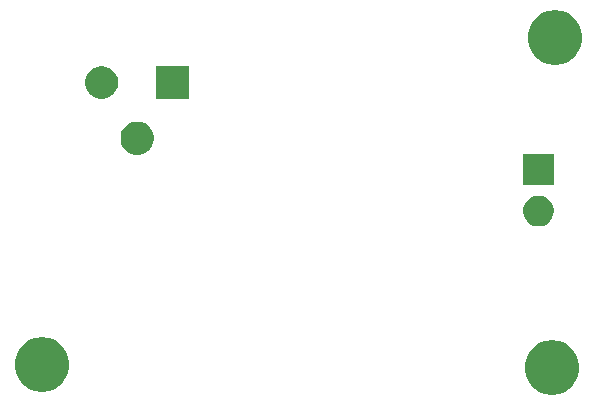
<source format=gbr>
G04 #@! TF.GenerationSoftware,KiCad,Pcbnew,(5.0.1-3-g963ef8bb5)*
G04 #@! TF.CreationDate,2018-11-04T15:03:24-05:00*
G04 #@! TF.ProjectId,Solar LiPo Charger,536F6C6172204C69506F204368617267,1A*
G04 #@! TF.SameCoordinates,Original*
G04 #@! TF.FileFunction,Soldermask,Bot*
G04 #@! TF.FilePolarity,Negative*
%FSLAX46Y46*%
G04 Gerber Fmt 4.6, Leading zero omitted, Abs format (unit mm)*
G04 Created by KiCad (PCBNEW (5.0.1-3-g963ef8bb5)) date Sunday, November 04, 2018 at 03:03:24 PM*
%MOMM*%
%LPD*%
G01*
G04 APERTURE LIST*
%ADD10C,0.100000*%
G04 APERTURE END LIST*
D10*
G36*
X151250909Y-96025883D02*
X151547354Y-96084850D01*
X151966214Y-96258347D01*
X152343185Y-96510232D01*
X152663768Y-96830815D01*
X152915653Y-97207786D01*
X153089150Y-97626646D01*
X153177600Y-98071313D01*
X153177600Y-98524687D01*
X153089150Y-98969354D01*
X152915653Y-99388214D01*
X152663768Y-99765185D01*
X152343185Y-100085768D01*
X151966214Y-100337653D01*
X151547354Y-100511150D01*
X151250909Y-100570117D01*
X151102688Y-100599600D01*
X150649312Y-100599600D01*
X150501091Y-100570117D01*
X150204646Y-100511150D01*
X149785786Y-100337653D01*
X149408815Y-100085768D01*
X149088232Y-99765185D01*
X148836347Y-99388214D01*
X148662850Y-98969354D01*
X148574400Y-98524687D01*
X148574400Y-98071313D01*
X148662850Y-97626646D01*
X148836347Y-97207786D01*
X149088232Y-96830815D01*
X149408815Y-96510232D01*
X149785786Y-96258347D01*
X150204646Y-96084850D01*
X150501091Y-96025883D01*
X150649312Y-95996400D01*
X151102688Y-95996400D01*
X151250909Y-96025883D01*
X151250909Y-96025883D01*
G37*
G36*
X108070909Y-95771883D02*
X108367354Y-95830850D01*
X108786214Y-96004347D01*
X109163185Y-96256232D01*
X109483768Y-96576815D01*
X109735653Y-96953786D01*
X109909150Y-97372646D01*
X109997600Y-97817313D01*
X109997600Y-98270687D01*
X109909150Y-98715354D01*
X109735653Y-99134214D01*
X109483768Y-99511185D01*
X109163185Y-99831768D01*
X108786214Y-100083653D01*
X108367354Y-100257150D01*
X108070909Y-100316117D01*
X107922688Y-100345600D01*
X107469312Y-100345600D01*
X107321091Y-100316117D01*
X107024646Y-100257150D01*
X106605786Y-100083653D01*
X106228815Y-99831768D01*
X105908232Y-99511185D01*
X105656347Y-99134214D01*
X105482850Y-98715354D01*
X105394400Y-98270687D01*
X105394400Y-97817313D01*
X105482850Y-97372646D01*
X105656347Y-96953786D01*
X105908232Y-96576815D01*
X106228815Y-96256232D01*
X106605786Y-96004347D01*
X107024646Y-95830850D01*
X107321091Y-95771883D01*
X107469312Y-95742400D01*
X107922688Y-95742400D01*
X108070909Y-95771883D01*
X108070909Y-95771883D01*
G37*
G36*
X150112665Y-83782420D02*
X150349537Y-83880535D01*
X150562723Y-84022982D01*
X150744018Y-84204277D01*
X150886465Y-84417463D01*
X150984580Y-84654335D01*
X151034600Y-84905804D01*
X151034600Y-85162196D01*
X150984580Y-85413665D01*
X150886465Y-85650537D01*
X150744018Y-85863723D01*
X150562723Y-86045018D01*
X150349537Y-86187465D01*
X150112665Y-86285580D01*
X149861196Y-86335600D01*
X149604804Y-86335600D01*
X149353335Y-86285580D01*
X149116463Y-86187465D01*
X148903277Y-86045018D01*
X148721982Y-85863723D01*
X148579535Y-85650537D01*
X148481420Y-85413665D01*
X148431400Y-85162196D01*
X148431400Y-84905804D01*
X148481420Y-84654335D01*
X148579535Y-84417463D01*
X148721982Y-84204277D01*
X148903277Y-84022982D01*
X149116463Y-83880535D01*
X149353335Y-83782420D01*
X149604804Y-83732400D01*
X149861196Y-83732400D01*
X150112665Y-83782420D01*
X150112665Y-83782420D01*
G37*
G36*
X151034600Y-82835600D02*
X148431400Y-82835600D01*
X148431400Y-80232400D01*
X151034600Y-80232400D01*
X151034600Y-82835600D01*
X151034600Y-82835600D01*
G37*
G36*
X116153833Y-77520262D02*
X116408905Y-77625916D01*
X116638469Y-77779307D01*
X116833693Y-77974531D01*
X116987084Y-78204095D01*
X117092738Y-78459167D01*
X117146600Y-78729954D01*
X117146600Y-79006046D01*
X117092738Y-79276833D01*
X116987084Y-79531905D01*
X116833693Y-79761469D01*
X116638469Y-79956693D01*
X116408905Y-80110084D01*
X116153833Y-80215738D01*
X115883046Y-80269600D01*
X115606954Y-80269600D01*
X115336167Y-80215738D01*
X115081095Y-80110084D01*
X114851531Y-79956693D01*
X114656307Y-79761469D01*
X114502916Y-79531905D01*
X114397262Y-79276833D01*
X114343400Y-79006046D01*
X114343400Y-78729954D01*
X114397262Y-78459167D01*
X114502916Y-78204095D01*
X114656307Y-77974531D01*
X114851531Y-77779307D01*
X115081095Y-77625916D01*
X115336167Y-77520262D01*
X115606954Y-77466400D01*
X115883046Y-77466400D01*
X116153833Y-77520262D01*
X116153833Y-77520262D01*
G37*
G36*
X120146600Y-75569600D02*
X117343400Y-75569600D01*
X117343400Y-72766400D01*
X120146600Y-72766400D01*
X120146600Y-75569600D01*
X120146600Y-75569600D01*
G37*
G36*
X113153833Y-72820262D02*
X113408905Y-72925916D01*
X113638469Y-73079307D01*
X113833693Y-73274531D01*
X113987084Y-73504095D01*
X114092738Y-73759167D01*
X114146600Y-74029954D01*
X114146600Y-74306046D01*
X114092738Y-74576833D01*
X113987084Y-74831905D01*
X113833693Y-75061469D01*
X113638469Y-75256693D01*
X113408905Y-75410084D01*
X113153833Y-75515738D01*
X112883046Y-75569600D01*
X112606954Y-75569600D01*
X112336167Y-75515738D01*
X112081095Y-75410084D01*
X111851531Y-75256693D01*
X111656307Y-75061469D01*
X111502916Y-74831905D01*
X111397262Y-74576833D01*
X111343400Y-74306046D01*
X111343400Y-74029954D01*
X111397262Y-73759167D01*
X111502916Y-73504095D01*
X111656307Y-73274531D01*
X111851531Y-73079307D01*
X112081095Y-72925916D01*
X112336167Y-72820262D01*
X112606954Y-72766400D01*
X112883046Y-72766400D01*
X113153833Y-72820262D01*
X113153833Y-72820262D01*
G37*
G36*
X151504909Y-68085883D02*
X151801354Y-68144850D01*
X152220214Y-68318347D01*
X152597185Y-68570232D01*
X152917768Y-68890815D01*
X153169653Y-69267786D01*
X153343150Y-69686646D01*
X153431600Y-70131313D01*
X153431600Y-70584687D01*
X153343150Y-71029354D01*
X153169653Y-71448214D01*
X152917768Y-71825185D01*
X152597185Y-72145768D01*
X152220214Y-72397653D01*
X151801354Y-72571150D01*
X151504909Y-72630117D01*
X151356688Y-72659600D01*
X150903312Y-72659600D01*
X150755091Y-72630117D01*
X150458646Y-72571150D01*
X150039786Y-72397653D01*
X149662815Y-72145768D01*
X149342232Y-71825185D01*
X149090347Y-71448214D01*
X148916850Y-71029354D01*
X148828400Y-70584687D01*
X148828400Y-70131313D01*
X148916850Y-69686646D01*
X149090347Y-69267786D01*
X149342232Y-68890815D01*
X149662815Y-68570232D01*
X150039786Y-68318347D01*
X150458646Y-68144850D01*
X150755091Y-68085883D01*
X150903312Y-68056400D01*
X151356688Y-68056400D01*
X151504909Y-68085883D01*
X151504909Y-68085883D01*
G37*
M02*

</source>
